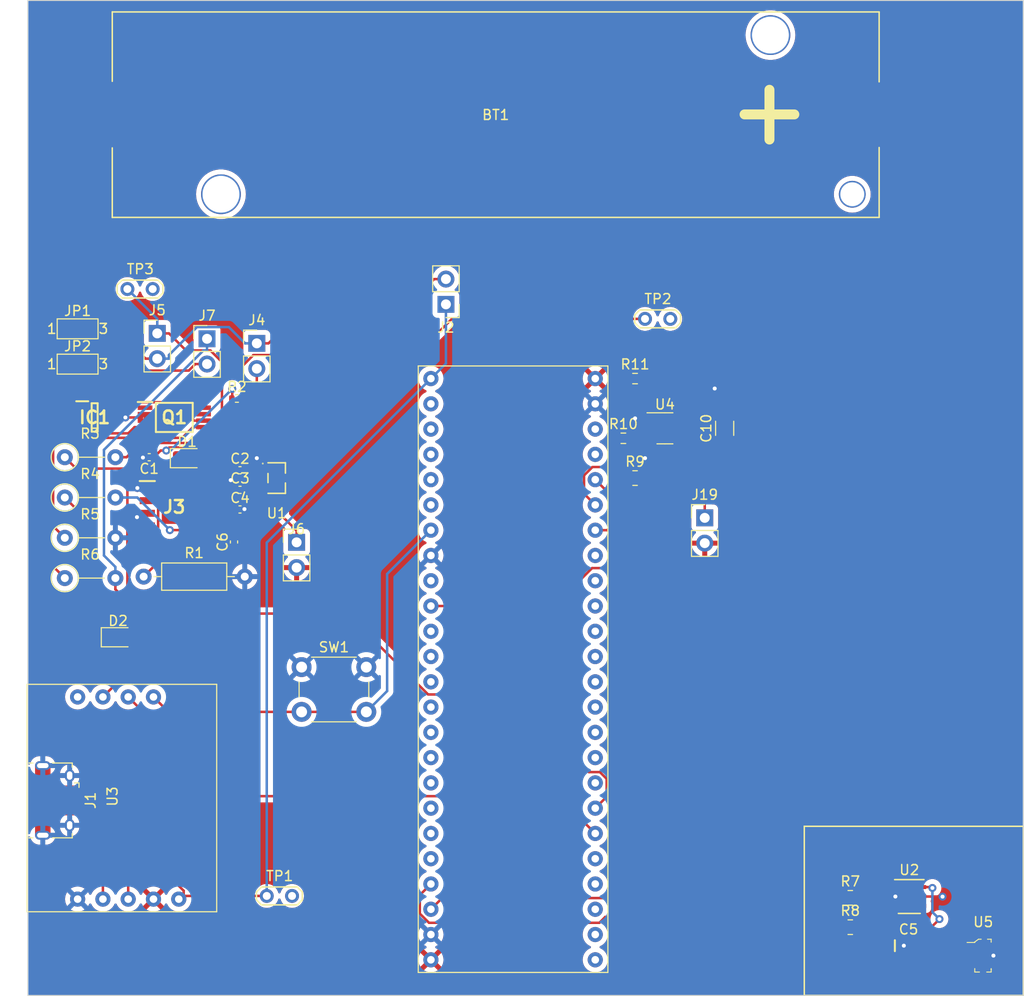
<source format=kicad_pcb>
(kicad_pcb (version 20221018) (generator pcbnew)
  (layers (0 "F.Cu" signal) (31 "B.Cu" signal) (34 "B.Paste" user) (35 "F.Paste" user) (36 "B.SilkS" user "B.Silkscreen") (37 "F.SilkS" user "F.Silkscreen") (38 "B.Mask" user) (39 "F.Mask" user) (44 "Edge.Cuts" user))
  (net 0 "")
  (net 1 "/Micro controller pin outs/NRST")
  (net 2 "GND")
  (net 3 "/Micro controller pin outs/PB6")
  (net 4 "/Micro controller pin outs/PA0")
  (net 5 "/SCL")
  (net 6 "/Micro controller pin outs/PB7")
  (net 7 "Net-(IC1-VCC)")
  (net 8 "Net-(J4-Pin_2)")
  (net 9 "Net-(IC1-CS)")
  (net 10 "Net-(D2-K)")
  (net 11 "Net-(J3-~{STDBY})")
  (net 12 "Net-(D1-K)")
  (net 13 "Net-(J3-~{CHRG})")
  (net 14 "Net-(J3-PROG2)")
  (net 15 "/Power module/Vcc_IC")
  (net 16 "Net-(J6-Pin_1)")
  (net 17 "Net-(J7-Pin_1)")
  (net 18 "/SDA")
  (net 19 "/Supply_Voltage")
  (net 20 "Vreg_Out")
  (net 21 "Data -")
  (net 22 "Data +")
  (net 25 "/Power module/V_Battery")
  (net 26 "/Battery+")
  (net 27 "Net-(J3-BAT)")
  (net 28 "Net-(IC1-GND)")
  (net 29 "/Battery-")
  (net 32 "/Power module/OC")
  (net 33 "/Power module/OD")
  (net 36 "/Micro controller pin outs/BOOT")
  (net 37 "/Power module/5V")
  (net 38 "Net-(J19-Pin_1)")
  (net 42 "/Micro controller pin outs/PA1")
  (net 43 "/Micro controller pin outs/PA2")
  (net 44 "/Micro controller pin outs/PA3")
  (net 45 "/Micro controller pin outs/PA4")
  (net 46 "/Micro controller pin outs/PA5")
  (net 47 "/Micro controller pin outs/PA6")
  (net 48 "/Micro controller pin outs/PA7")
  (net 49 "/Micro controller pin outs/PB0")
  (net 50 "/Micro controller pin outs/PB1")
  (net 51 "/Micro controller pin outs/PB2")
  (net 52 "/Micro controller pin outs/PB3")
  (net 53 "/Micro controller pin outs/PA15")
  (net 54 "/Micro controller pin outs/PA14")
  (net 55 "/Micro controller pin outs/PF7")
  (net 56 "/Micro controller pin outs/PF6")
  (net 57 "/Micro controller pin outs/PA13")
  (net 58 "/Micro controller pin outs/PA12")
  (net 59 "/Micro controller pin outs/PA11")
  (net 60 "/Micro controller pin outs/PA10")
  (net 61 "/Micro controller pin outs/PA9")
  (net 62 "/Micro controller pin outs/PA8")
  (net 63 "/Micro controller pin outs/PB15")
  (net 64 "/Micro controller pin outs/PB14")
  (net 65 "/Micro controller pin outs/PB13")
  (net 66 "/Micro controller pin outs/PB12")
  (net 67 "/Micro controller pin outs/PC13")
  (net 68 "/Micro controller pin outs/PC14")
  (net 69 "/Micro controller pin outs/PC15")
  (net 70 "/Micro controller pin outs/PF0")
  (net 71 "/Micro controller pin outs/PF1")
  (net 72 "/Micro controller pin outs/VDDA")
  (net 73 "/Micro controller pin outs/PB4")
  (net 74 "/Micro controller pin outs/PB5")
  (net 75 "/Micro controller pin outs/PB8")
  (net 76 "/Micro controller pin outs/PB9")
  (footprint "Capacitor_SMD:C_0402_1005Metric" (layer "F.Cu") (at 131.312 99.215)
    (fp_text reference "C2")
    (fp_text value "1uf")
  )
  (footprint "TestPoint:TestPoint_2Pads_Pitch2.54mm_Drill0.8mm" (layer "F.Cu") (at 120 81)
    (fp_text reference "TP3")
    (fp_text value "TestPoint")
  )
  (footprint "Capacitor_SMD:C_0402_1005Metric" (layer "F.Cu") (at 131.312 103.155)
    (fp_text reference "C4")
    (fp_text value "10uf")
  )
  (footprint "Capacitor_SMD:C_0402_1005Metric" (layer "F.Cu") (at 131.312 101.185)
    (fp_text reference "C3")
    (fp_text value "1uf")
  )
  (footprint "Resistor_THT:R_Axial_DIN0207_L6.3mm_D2.5mm_P5.08mm_Vertical" (layer "F.Cu") (at 113.712 106.005)
    (fp_text reference "R5")
    (fp_text value "1k")
  )
  (footprint "Connector_PinHeader_2.54mm:PinHeader_1x02_P2.54mm_Vertical" (layer "F.Cu") (at 178 104)
    (fp_text reference "J19")
    (fp_text value "Conn_01x02_Pin")
  )
  (footprint "Jumper:SolderJumper-3_P1.3mm_Bridged12_Pad1.0x1.5mm_NumberLabels" (layer "F.Cu") (at 115 88.55)
    (fp_text reference "JP2")
    (fp_text value "Jumper_2_Bridged")
  )
  (footprint "BAT60JFILM:18650_Holder_SMD" (layer "F.Cu") (at 157 64)
    (fp_text reference "BT1")
    (fp_text value "Battery_Cell")
  )
  (footprint "TestPoint:TestPoint_2Pads_Pitch2.54mm_Drill0.8mm" (layer "F.Cu") (at 134 142)
    (fp_text reference "TP1")
    (fp_text value "TestPoint")
  )
  (footprint "Connector_USB:USB_Micro-B_Amphenol_10118194_Horizontal" (layer "F.Cu") (at 112.8 132.4 -90)
    (fp_text reference "J1")
    (fp_text value "USB_B_Micro")
  )
  (footprint "BAT60JFILM:FB8205A" (layer "F.Cu") (at 124.712 93.905)
    (fp_text reference "Q1")
    (fp_text value "Dual Mosfet FS8205A" hide)
  )
  (footprint "Resistor_SMD:R_0402_1005Metric" (layer "F.Cu") (at 131 92)
    (fp_text reference "R2")
    (fp_text value "400m")
  )
  (footprint "Jumper:SolderJumper-3_P1.3mm_Bridged12_Pad1.0x1.5mm_NumberLabels" (layer "F.Cu") (at 115 85)
    (fp_text reference "JP1")
    (fp_text value "Jumper_2_Bridged")
  )
  (footprint "Package_SON:Texas_PWSON-N6" (layer "F.Cu") (at 198.55 142.06)
    (fp_text reference "U2")
    (fp_text value "HDC1080")
  )
  (footprint "BAT60JFILM:DW01A" (layer "F.Cu") (at 116.712 93.905)
    (fp_text reference "IC1")
    (fp_text value " battery protection IC  DW01A-G" hide)
  )
  (footprint "Resistor_THT:R_Axial_DIN0207_L6.3mm_D2.5mm_P5.08mm_Vertical" (layer "F.Cu") (at 113.712 101.955)
    (fp_text reference "R4")
    (fp_text value "1k")
  )
  (footprint "BAT60JFILM:CAPC2012X140N" (layer "F.Cu") (at 197.1 147)
    (fp_text reference "C5")
    (fp_text value "CL21B104KCFNNNE")
  )
  (footprint "BAT60JFILM:SOT-23-3" (layer "F.Cu") (at 205.95 148)
    (fp_text reference "U5")
    (fp_text value "MCP9701AT-E_TT")
  )
  (footprint "Resistor_THT:R_Axial_DIN0207_L6.3mm_D2.5mm_P5.08mm_Vertical" (layer "F.Cu") (at 113.712 110.055)
    (fp_text reference "R6")
    (fp_text value "100")
  )
  (footprint "LED_SMD:LED_0805_2012Metric" (layer "F.Cu") (at 119.0625 116)
    (fp_text reference "D2")
    (fp_text value "Red LED")
  )
  (footprint "Resistor_SMD:R_0603_1608Metric" (layer "F.Cu") (at 171 90)
    (fp_text reference "R11")
    (fp_text value "1k")
  )
  (footprint "Package_TO_SOT_SMD:SOT-23-5" (layer "F.Cu") (at 174 95)
    (fp_text reference "U4")
    (fp_text value "AT24CS01-STUM")
  )
  (footprint "Connector_PinHeader_2.54mm:PinHeader_1x02_P2.54mm_Vertical" (layer "F.Cu") (at 137 106.46)
    (fp_text reference "J6")
    (fp_text value "Conn_01x02_Pin")
  )
  (footprint "BAT60JFILM:STLINK_UCT" (layer "F.Cu") (at 118.81 132.16)
    (fp_text reference "U3")
    (fp_text value "STLINK_UCT")
  )
  (footprint "Button_Switch_THT:SW_PUSH_6mm" (layer "F.Cu") (at 137.5 119)
    (fp_text reference "SW1")
    (fp_text value "SW_Push")
  )
  (footprint "Resistor_SMD:R_0805_2012Metric" (layer "F.Cu") (at 192.62 142.19)
    (fp_text reference "R7")
    (fp_text value "4.7k")
  )
  (footprint "Diode_SMD:D_0805_2012Metric" (layer "F.Cu") (at 126 98)
    (fp_text reference "D1")
    (fp_text value "Green LED")
  )
  (footprint "Connector_PinHeader_2.54mm:PinHeader_1x02_P2.54mm_Vertical" (layer "F.Cu") (at 128 86)
    (fp_text reference "J7")
    (fp_text value "Conn_01x02_Pin")
  )
  (footprint "Capacitor_SMD:C_0402_1005Metric" (layer "F.Cu") (at 122.192 97.905 180)
    (fp_text reference "C1")
    (fp_text value "10uf")
  )
  (footprint "TestPoint:TestPoint_2Pads_Pitch2.54mm_Drill0.8mm" (layer "F.Cu") (at 172 84)
    (fp_text reference "TP2")
    (fp_text value "TestPoint")
  )
  (footprint "Resistor_THT:R_Axial_DIN0207_L6.3mm_D2.5mm_P10.16mm_Horizontal" (layer "F.Cu") (at 121.632 109.905)
    (fp_text reference "R1")
    (fp_text value "1.6k")
  )
  (footprint "Capacitor_SMD:C_1206_3216Metric" (layer "F.Cu") (at 180 95 90)
    (fp_text reference "C10")
    (fp_text value "10nF")
  )
  (footprint "Resistor_SMD:R_0603_1608Metric" (layer "F.Cu") (at 169.825 96)
    (fp_text reference "R10")
    (fp_text value "1k")
  )
  (footprint "BAT60JFILM:STM32F051C6T6" (layer "F.Cu") (at 156.6 118.02 -90)
    (fp_text reference "J9" hide)
    (fp_text value "Conn_02x24_Counter_Clockwise" hide)
  )
  (footprint "Capacitor_SMD:C_0402_1005Metric" (layer "F.Cu") (at 130.712 106.425 90)
    (fp_text reference "C6")
    (fp_text value "10uf")
  )
  (footprint "Resistor_SMD:R_0805_2012Metric" (layer "F.Cu") (at 171 100)
    (fp_text reference "R9")
    (fp_text value "10k")
  )
  (footprint "Connector_PinHeader_2.54mm:PinHeader_1x02_P2.54mm_Vertical" (layer "F.Cu") (at 152 82.54 180)
    (fp_text reference "J2")
    (fp_text value "Conn_01x02_Pin")
  )
  (footprint "BAT60JFILM:TP4056" (layer "F.Cu") (at 124.712 102.905)
    (fp_text reference "J3")
    (fp_text value "Battery Charger IC TP4056" hide)
  )
  (footprint "BAT60JFILM:SOT-23-3_L2.9-W1.6-P1.90-LS2.8-BR" (layer "F.Cu") (at 135 100 180)
    (fp_text reference "U1")
    (fp_text value "MCP1700T-3302E_TT")
  )
  (footprint "Resistor_THT:R_Axial_DIN0207_L6.3mm_D2.5mm_P5.08mm_Vertical" (layer "F.Cu") (at 113.712 97.905)
    (fp_text reference "R3")
    (fp_text value "1k")
  )
  (footprint "Connector_PinHeader_2.54mm:PinHeader_1x02_P2.54mm_Vertical" (layer "F.Cu") (at 123 85.46)
    (fp_text reference "J5")
    (fp_text value "Conn_01x02_Pin")
  )
  (footprint "Connector_PinHeader_2.54mm:PinHeader_1x02_P2.54mm_Vertical" (layer "F.Cu") (at 133 86.46)
    (fp_text reference "J4")
    (fp_text value "Conn_01x02_Pin")
  )
  (footprint "Resistor_SMD:R_0805_2012Metric" (layer "F.Cu") (at 192.62 145.14)
    (fp_text reference "R8")
    (fp_text value "4.7k")
  )
  (gr_rect (start 188 135) (end 210 152) (stroke (width 0.15)) (fill none) (layer "F.SilkS"))
  (gr_rect (start 110 52) (end 210 152) (stroke (width 0.1)) (fill none) (layer "Edge.Cuts"))
  (gr_text "Loic Kibambo\nBest Nkhumeleni\nMaisha Magavha\n" (at 200.5 99 90) (layer "F.Cu") (effects (font (size 1.5 1.5) (thickness 0.3) bold) (justify left bottom)))
  (gr_text "Group_22\n" (at 190.5 97 90) (layer "F.Cu") (effects (font (size 1.5 1.5) (thickness 0.3) bold) (justify left bottom)))
  (segment (start 144 123.5) (end 137.5 123.5) (width 0.25) (layer "F.Cu") (net 1))
  (segment (start 124.12 123.5) (end 122.62 122) (width 0.25) (layer "F.Cu") (net 1))
  (segment (start 137.5 123.5) (end 124.12 123.5) (width 0.25) (layer "F.Cu") (net 1))
  (segment (start 146.091 109.639) (end 146.091 121.409) (width 0.25) (layer "B.Cu") (net 1))
  (segment (start 150.49 105.24) (end 146.091 109.639) (width 0.25) (layer "B.Cu") (net 1))
  (segment (start 146.091 121.409) (end 144 123.5) (width 0.25) (layer "B.Cu") (net 1))
  (segment (start 133 98.007) (end 131.792 99.215) (width 0.25) (layer "F.Cu") (net 2))
  (segment (start 130.38 100.21) (end 130.825 100.21) (width 0.25) (layer "F.Cu") (net 2))
  (segment (start 122 103.54) (end 121.35 103.54) (width 0.25) (layer "F.Cu") (net 2))
  (segment (start 111.5 133.4) (end 111.5 135.3) (width 0.25) (layer "F.Cu") (net 2))
  (segment (start 175.95 94.05) (end 175.138 94.05) (width 0.25) (layer "F.Cu") (net 2))
  (segment (start 172 95) (end 171 94) (width 0.25) (layer "F.Cu") (net 2))
  (segment (start 121.35 103.54) (end 120.962 103.927) (width 0.25) (layer "F.Cu") (net 2))
  (segment (start 121.774 93.58) (end 121.774 94.23) (width 0.25) (layer "F.Cu") (net 2))
  (segment (start 122 101) (end 121 101) (width 0.25) (layer "F.Cu") (net 2))
  (segment (start 119.8 93.91) (end 121.444 93.91) (width 0.25) (layer "F.Cu") (net 2))
  (segment (start 179 91) (end 175.95 94.05) (width 0.25) (layer "F.Cu") (net 2))
  (segment (start 130.825 100.21) (end 131.792 101.177) (width 0.25) (layer "F.Cu") (net 2))
  (segment (start 172.862 95) (end 172 95) (width 0.25) (layer "F.Cu") (net 2))
  (segment (start 121.444 93.91) (end 121.774 93.58) (width 0.25) (layer "F.Cu") (net 2))
  (segment (start 170.088 100) (end 170.088 99.9125) (width 0.25) (layer "F.Cu") (net 2))
  (segment (start 114.2 133.7) (end 114.2 134.9) (width 0.25) (layer "F.Cu") (net 2))
  (segment (start 111.5 131.4) (end 111.5 133.4) (width 0.25) (layer "F.Cu") (net 2))
  (segment (start 111.5 129.5) (end 111.5 131.4) (width 0.25) (layer "F.Cu") (net 2))
  (segment (start 170.088 99.9125) (end 172 98) (width 0.25) (layer "F.Cu") (net 2))
  (segment (start 133 98) (end 133 98.007) (width 0.25) (layer "F.Cu") (net 2))
  (segment (start 133 98) (end 133 98.007) (width 0.25) (layer "F.Cu") (net 2))
  (segment (start 180 92) (end 179 91) (width 0.25) (layer "F.Cu") (net 2))
  (segment (start 131.792 101.177) (end 131.792 101.185) (width 0.25) (layer "F.Cu") (net 2))
  (segment (start 133 98.2851) (end 133.765 99.05) (width 0.25) (layer "F.Cu") (net 2))
  (segment (start 180 93.525) (end 180 92) (width 0.25) (layer "F.Cu") (net 2))
  (segment (start 133 98.007) (end 133 98.2851) (width 0.25) (layer "F.Cu") (net 2))
  (via (at 131.76 103.12) (size 0.8) (drill 0.4) (layers "F.Cu" "B.Cu") (net 2))
  (via (at 121.56 97.94) (size 0.8) (drill 0.4) (layers "F.Cu" "B.Cu") (net 2))
  (via (at 179 91) (size 0.8) (drill 0.4) (layers "F.Cu" "B.Cu") (net 2))
  (via (at 121 101) (size 0.8) (drill 0.4) (layers "F.Cu" "B.Cu") (net 2))
  (via (at 172 98) (size 0.8) (drill 0.4) (layers "F.Cu" "B.Cu") (net 2))
  (via (at 197.15 142.06) (size 0.8) (drill 0.4) (layers "F.Cu" "B.Cu") (net 2))
  (via (at 171 94) (size 0.8) (drill 0.4) (layers "F.Cu" "B.Cu") (net 2))
  (via (at 198 147) (size 0.8) (drill 0.4) (layers "F.Cu" "B.Cu") (net 2))
  (via (at 130.38 100.21) (size 0.8) (drill 0.4) (layers "F.Cu" "B.Cu") (net 2))
  (via (at 133 98) (size 0.8) (drill 0.4) (layers "F.Cu" "B.Cu") (net 2))
  (via (at 120.962 103.927) (size 0.8) (drill 0.4) (layers "F.Cu" "B.Cu") (net 2))
  (via (at 207 148) (size 0.8) (drill 0.4) (layers "F.Cu" "B.Cu") (net 2))
  (via (at 119.8 93.91) (size 0.8) (drill 0.4) (layers "F.Cu" "B.Cu") (net 2))
  (segment (start 172.862 94.05) (end 172.8625 94.05) (width 0.25) (layer "F.Cu") (net 3))
  (segment (start 171.825 90) (end 172.862 91.0375) (width 0.25) (layer "F.Cu") (net 3))
  (segment (start 172.8625 94.05) (end 173.285 94.05) (width 0.25) (layer "F.Cu") (net 3))
  (segment (start 173.852 94.6166) (end 173.852 99.5903) (width 0.25) (layer "F.Cu") (net 3))
  (segment (start 173.285 94.05) (end 173.852 94.6166) (width 0.25) (layer "F.Cu") (net 3))
  (segment (start 168.202 105.24) (end 167 105.24) (width 0.25) (layer "F.Cu") (net 3))
  (segment (start 173.852 99.5903) (end 168.202 105.24) (width 0.25) (layer "F.Cu") (net 3))
  (segment (start 172.862 91.0375) (end 172.862 94.05) (width 0.25) (layer "F.Cu") (net 3))
  (segment (start 205.876 139.208) (end 175.719 109.05) (width 0.25) (layer "F.Cu") (net 4))
  (segment (start 204.9 148.325) (end 205.056 148.325) (width 0.25) (layer "F.Cu") (net 4))
  (segment (start 205.876 147.505) (end 205.876 139.208) (width 0.25) (layer "F.Cu") (net 4))
  (segment (start 162.873 112.86) (end 150.49 112.86) (width 0.25) (layer "F.Cu") (net 4))
  (segment (start 166.683 109.05) (end 162.873 112.86) (width 0.25) (layer "F.Cu") (net 4))
  (segment (start 204.9 148.95) (end 204.9 148.325) (width 0.25) (layer "F.Cu") (net 4))
  (segment (start 205.056 148.325) (end 205.876 147.505) (width 0.25) (layer "F.Cu") (net 4))
  (segment (start 175.719 109.05) (end 166.683 109.05) (width 0.25) (layer "F.Cu") (net 4))
  (segment (start 200.575 141.11) (end 199.95 141.11) (width 0.25) (layer "F.Cu") (net 5))
  (segment (start 167.414 144.701) (end 150.3 144.701) (width 0.25) (layer "F.Cu") (net 5))
  (segment (start 192.506 144.114) (end 168.001 144.114) (width 0.25) (layer "F.Cu") (net 5))
  (segment (start 149.375 143.776) (end 149.375 141.915) (width 0.25) (layer "F.Cu") (net 5))
  (segment (start 168.001 144.114) (end 167.414 144.701) (width 0.25) (layer "F.Cu") (net 5))
  (segment (start 201.578 144.328) (end 200.766 145.14) (width 0.25) (layer "F.Cu") (net 5))
  (segment (start 200.87 141.199) (end 200.664 141.199) (width 0.25) (layer "F.Cu") (net 5))
  (segment (start 200.766 145.14) (end 193.5325 145.14) (width 0.25) (layer "F.Cu") (net 5))
  (segment (start 200.664 141.199) (end 200.575 141.11) (width 0.25) (layer "F.Cu") (net 5))
  (segment (start 193.5325 145.14) (end 193.532 145.14) (width 0.25) (layer "F.Cu") (net 5))
  (segment (start 193.532 145.14) (end 192.506 144.114) (width 0.25) (layer "F.Cu") (net 5))
  (segment (start 150.3 144.701) (end 149.375 143.776) (width 0.25) (layer "F.Cu") (net 5))
  (segment (start 149.375 141.915) (end 150.49 140.8) (width 0.25) (layer "F.Cu") (net 5))
  (via (at 200.87 141.199) (size 0.8) (drill 0.4) (layers "F.Cu" "B.Cu") (net 5))
  (via (at 201.578 144.328) (size 0.8) (drill 0.4) (layers "F.Cu" "B.Cu") (net 5))
  (segment (start 200.87 141.199) (end 200.87 143.62) (width 0.25) (layer "B.Cu") (net 5))
  (segment (start 200.87 143.62) (end 201.578 144.328) (width 0.25) (layer "B.Cu") (net 5))
  (segment (start 172.862 95.95) (end 172.837 95.975) (width 0.25) (layer "F.Cu") (net 6))
  (segment (start 172.812 96) (end 172.837 95.975) (width 0.25) (layer "F.Cu") (net 6))
  (segment (start 165.874 99.7342) (end 165.874 101.574) (width 0.25) (layer "F.Cu") (net 6))
  (segment (start 166.719 98.89) (end 165.874 99.7342) (width 0.25) (layer "F.Cu") (net 6))
  (segment (start 165.874 101.574) (end 167 102.7) (width 0.25) (layer "F.Cu") (net 6))
  (segment (start 170.65 96) (end 172.812 96) (width 0.25) (layer "F.Cu") (net 6))
  (segment (start 170.65 96) (end 167.76 98.89) (width 0.25) (layer "F.Cu") (net 6))
  (segment (start 172.85 95.9625) (end 172.8625 95.95) (width 0.25) (layer "F.Cu") (net 6))
  (segment (start 172.838 95.975) (end 172.85 95.9625) (width 0.25) (layer "F.Cu") (net 6))
  (segment (start 172.85 95.9625) (end 172.862 95.95) (width 0.25) (layer "F.Cu") (net 6))
  (segment (start 172.85 95.9625) (end 172.862 95.95) (width 0.25) (layer "F.Cu") (net 6))
  (segment (start 172.837 95.975) (end 172.838 95.975) (width 0.25) (layer "F.Cu") (net 6))
  (segment (start 167.76 98.89) (end 166.719 98.89) (width 0.25) (layer "F.Cu") (net 6))
  (segment (start 172.85 95.9625) (end 172.862 95.95) (width 0.25) (layer "F.Cu") (net 6))
  (segment (start 112.088 108.431) (end 113.712 110.055) (width 0.25) (layer "F.Cu") (net 7))
  (segment (start 117.037 93.905) (end 117.037 92.5027) (width 0.25) (layer "F.Cu") (net 7))
  (segment (start 117.962 93.905) (end 117.037 93.905) (width 0.25) (layer "F.Cu") (net 7))
  (segment (start 116.383 91.8485) (end 114.497 91.8485) (width 0.25) (layer "F.Cu") (net 7))
  (segment (start 117.037 92.5027) (end 116.383 91.8485) (width 0.25) (layer "F.Cu") (net 7))
  (segment (start 114.497 91.8485) (end 112.088 94.2574) (width 0.25) (layer "F.Cu") (net 7))
  (segment (start 112.088 94.2574) (end 112.088 108.431) (width 0.25) (layer "F.Cu") (net 7))
  (segment (start 130.832 99.215) (end 130.832 99.2562) (width 0.25) (layer "F.Cu") (net 8))
  (segment (start 136.235 100.468) (end 136.235 100.312) (width 0.25) (layer "F.Cu") (net 8))
  (segment (start 135.285 101.575) (end 136.235 100.625) (width 0.25) (layer "F.Cu") (net 8))
  (segment (start 133 91.5356) (end 130.832 93.7036) (width 0.25) (layer "F.Cu") (net 8))
  (segment (start 136.235 100.234) (end 136.2351 100.2339) (width 0.25) (layer "F.Cu") (net 8))
  (segment (start 136.235 100.468) (end 136.235 100.312) (width 0.25) (layer "F.Cu") (net 8))
  (segment (start 136.2351 100.2339) (end 136.2351 100) (width 0.25) (layer "F.Cu") (net 8))
  (segment (start 136.235 100.234) (end 136.235 100.156) (width 0.25) (layer "F.Cu") (net 8))
  (segment (start 130.832 93.7036) (end 130.832 99.215) (width 0.25) (layer "F.Cu") (net 8))
  (segment (start 132.398 100.916) (end 133.057 101.575) (width 0.25) (layer "F.Cu") (net 8))
  (segment (start 130.832 99.2562) (end 132.398 100.822) (width 0.25) (layer "F.Cu") (net 8))
  (segment (start 132.398 100.822) (end 132.398 100.916) (width 0.25) (layer "F.Cu") (net 8))
  (segment (start 133 89) (end 133 91.5356) (width 0.25) (layer "F.Cu") (net 8))
  (segment (start 136.235 100.625) (end 136.235 100.468) (width 0.25) (layer "F.Cu") (net 8))
  (segment (start 133.057 101.575) (end 135.285 101.575) (width 0.25) (layer "F.Cu") (net 8))
  (segment (start 136.235 100.312) (end 136.235 100.234) (width 0.25) (layer "F.Cu") (net 8))
  (segment (start 115.462 93.905) (end 116.387 93.905) (width 0.25) (layer "F.Cu") (net 9))
  (segment (start 116.387 93.905) (end 116.387 92.4896) (width 0.25) (layer "F.Cu") (net 9))
  (segment (start 116.202 92.3048) (end 114.728 92.3048) (width 0.25) (layer "F.Cu") (net 9))
  (segment (start 112.538 104.832) (end 113.712 106.005) (width 0.25) (layer "F.Cu") (net 9))
  (segment (start 116.387 92.4896) (end 116.202 92.3048) (width 0.25) (layer "F.Cu") (net 9))
  (segment (start 114.728 92.3048) (end 112.538 94.4938) (width 0.25) (layer "F.Cu") (net 9))
  (segment (start 112.538 94.4938) (end 112.538 104.832) (width 0.25) (layer "F.Cu") (net 9))
  (segment (start 116.252 114.127) (end 118.125 116) (width 0.25) (layer "F.Cu") (net 10))
  (segment (start 116.252 104.495) (end 116.252 114.127) (width 0.25) (layer "F.Cu") (net 10))
  (segment (start 113.712 101.955) (end 116.252 104.495) (width 0.25) (layer "F.Cu") (net 10))
  (segment (start 127.424 103.54) (end 126.336 103.54) (width 0.25) (layer "F.Cu") (net 11))
  (segment (start 126.336 104.752) (end 125.859 105.23) (width 0.25) (layer "F.Cu") (net 11))
  (segment (start 125.859 105.23) (end 124.264 105.23) (width 0.25) (layer "F.Cu") (net 11))
  (segment (start 126.336 103.54) (end 126.336 104.752) (width 0.25) (layer "F.Cu") (net 11))
  (via (at 124.264 105.23) (size 0.8) (drill 0.4) (layers "F.Cu" "B.Cu") (net 11))
  (segment (start 120.99 101.955) (end 124.264 105.23) (width 0.25) (layer "B.Cu") (net 11))
  (segment (start 118.792 101.955) (end 120.99 101.955) (width 0.25) (layer "B.Cu") (net 11))
  (segment (start 114.855 99.0482) (end 124.014 99.0482) (width 0.25) (layer "F.Cu") (net 12))
  (segment (start 113.712 97.905) (end 114.855 99.0482) (width 0.25) (layer "F.Cu") (net 12))
  (segment (start 125.0625 98) (end 125.062 98) (width 0.25) (layer "F.Cu") (net 12))
  (segment (start 124.014 99.0482) (end 125.062 98) (width 0.25) (layer "F.Cu") (net 12))
  (segment (start 126.965 96.4745) (end 121.348 96.4745) (width 0.25) (layer "F.Cu") (net 13))
  (segment (start 127.424 102.27) (end 128.512 102.27) (width 0.25) (layer "F.Cu") (net 13))
  (segment (start 128.512 102.27) (end 128.512 98.0215) (width 0.25) (layer "F.Cu") (net 13))
  (segment (start 121.348 96.4745) (end 119.917 97.905) (width 0.25) (layer "F.Cu") (net 13))
  (segment (start 119.917 97.905) (end 118.792 97.905) (width 0.25) (layer "F.Cu") (net 13))
  (segment (start 128.512 98.0215) (end 126.965 96.4745) (width 0.25) (layer "F.Cu") (net 13))
  (segment (start 122 102.27) (end 123.088 102.27) (width 0.25) (layer "F.Cu") (net 14))
  (segment (start 123.088 108.449) (end 121.632 109.905) (width 0.25) (layer "F.Cu") (net 14))
  (segment (start 123.088 102.27) (end 123.088 108.449) (width 0.25) (layer "F.Cu") (net 14))
  (segment (start 126.9376 97.9999) (end 126.9375 98) (width 0.25) (layer "F.Cu") (net 15))
  (segment (start 126.938 97.9999) (end 125.864 96.9265) (width 0.25) (layer "F.Cu") (net 15))
  (segment (start 126.88 101) (end 126.88 100) (width 0.25) (layer "F.Cu") (net 15))
  (segment (start 130.531 91.9587) (end 130.531 91.0381) (width 0.25) (layer "F.Cu") (net 15))
  (segment (start 127.424 101) (end 126.88 101) (width 0.25) (layer "F.Cu") (net 15))
  (segment (start 124.209 96.9265) (end 123.903 97.233) (width 0.25) (layer "F.Cu") (net 15))
  (segment (start 120 105.722) (end 120 100.975) (width 0.25) (layer "F.Cu") (net 15))
  (segment (start 126.938 98) (end 126.938 97.9999) (width 0.25) (layer "F.Cu") (net 15))
  (segment (start 126.88 98.0573) (end 126.938 98.0002) (width 0.25) (layer "F.Cu") (net 15))
  (segment (start 120 100.975) (end 120.975 100) (width 0.25) (layer "F.Cu") (net 15))
  (segment (start 123.903 97.233) (end 123.344 97.233) (width 0.25) (layer "F.Cu") (net 15))
  (segment (start 120.912 104.81) (end 120 105.722) (width 0.25) (layer "F.Cu") (net 15))
  (segment (start 126.88 100) (end 126.88 98.0573) (width 0.25) (layer "F.Cu") (net 15))
  (segment (start 126.938 97.9999) (end 126.9376 97.9999) (width 0.25) (layer "F.Cu") (net 15))
  (segment (start 120 116) (end 120 105.722) (width 0.25) (layer "F.Cu") (net 15))
  (segment (start 130.49 92) (end 130.531 91.9587) (width 0.25) (layer "F.Cu") (net 15))
  (segment (start 120.975 100) (end 126.88 100) (width 0.25) (layer "F.Cu") (net 15))
  (segment (start 123.344 97.233) (end 122.672 97.905) (width 0.25) (layer "F.Cu") (net 15))
  (segment (start 125.864 96.9265) (end 124.209 96.9265) (width 0.25) (layer "F.Cu") (net 15))
  (segment (start 126.938 98.0002) (end 126.938 98) (width 0.25) (layer "F.Cu") (net 15))
  (segment (start 122 104.81) (end 120.912 104.81) (width 0.25) (layer "F.Cu") (net 15))
  (segment (start 126.938 98) (end 126.938 97.9999) (width 0.25) (layer "F.Cu") (net 15))
  (via (at 123.903 97.233) (size 0.8) (drill 0.4) (layers "F.Cu" "B.Cu") (net 15))
  (via (at 130.531 91.0381) (size 0.8) (drill 0.4) (layers "F.Cu" "B.Cu") (net 15))
  (segment (start 124.336 97.233) (end 130.531 91.0381) (width 0.25) (layer "B.Cu") (net 15))
  (segment (start 123.903 97.233) (end 124.336 97.233) (width 0.25) (layer "B.Cu") (net 15))
  (segment (start 152.599 84) (end 137.098 99.5006) (width 0.25) (layer "F.Cu") (net 16))
  (segment (start 135.352 99.3627) (end 134.39 100.325) (width 0.25) (layer "F.Cu") (net 16))
  (segment (start 133.7649 100.7161) (end 133.7649 100.95) (width 0.25) (layer "F.Cu") (net 16))
  (segment (start 137.098 100.567) (end 137.098 99.5006) (width 0.25) (layer "F.Cu") (net 16))
  (segment (start 137.098 99.5006) (end 136.96 99.3627) (width 0.25) (layer "F.Cu") (net 16))
  (segment (start 133.765 100.482) (end 133.765 100.638) (width 0.25) (layer "F.Cu") (net 16))
  (segment (start 130.832 101.185) (end 130.832 101.26) (width 0.25) (layer "F.Cu") (net 16))
  (segment (start 137 105.285) (end 137 106.46) (width 0.25) (layer "F.Cu") (net 16))
  (segment (start 135.612 102.054) (end 135.612 103.897) (width 0.25) (layer "F.Cu") (net 16))
  (segment (start 133.765 100.638) (end 133.765 100.716) (width 0.25) (layer "F.Cu") (net 16))
  (segment (start 131.625 102.054) (end 135.612 102.054) (width 0.25) (layer "F.Cu") (net 16))
  (segment (start 133.765 100.325) (end 133.765 100.482) (width 0.25) (layer "F.Cu") (net 16))
  (segment (start 135.612 103.897) (end 137 105.285) (width 0.25) (layer "F.Cu") (net 16))
  (segment (start 133.765 100.482) (end 133.765 100.638) (width 0.25) (layer "F.Cu") (net 16))
  (segment (start 135.612 102.054) (end 137.098 100.567) (width 0.25) (layer "F.Cu") (net 16))
  (segment (start 134.39 100.325) (end 133.765 100.325) (width 0.25) (layer "F.Cu") (net 16))
  (segment (start 130.832 101.26) (end 131.625 102.054) (width 0.25) (layer "F.Cu") (net 16))
  (segment (start 136.96 99.3627) (end 135.352 99.3627) (width 0.25) (layer "F.Cu") (net 16))
  (segment (start 133.765 100.716) (end 133.7649 100.7161) (width 0.25) (layer "F.Cu") (net 16))
  (segment (start 172 84) (end 152.599 84) (width 0.25) (layer "F.Cu") (net 16))
  (segment (start 133.765 100.716) (end 133.765 100.794) (width 0.25) (layer "F.Cu") (net 16))
  (segment (start 119.062 111.451) (end 119.062 116.583) (width 0.25) (layer "F.Cu") (net 17))
  (segment (start 118.792 110.055) (end 118.792 111.18) (width 0.25) (layer "F.Cu") (net 17))
  (segment (start 120.591 117.026) (end 130.712 106.905) (width 0.25) (layer "F.Cu") (net 17))
  (segment (start 118.792 111.18) (end 119.062 111.451) (width 0.25) (layer "F.Cu") (net 17))
  (segment (start 119.506 117.026) (end 120.591 117.026) (width 0.25) (layer "F.Cu") (net 17))
  (segment (start 119.062 116.583) (end 119.506 117.026) (width 0.25) (layer "F.Cu") (net 17))
  (segment (start 128 86) (end 128 87.1751) (width 0.25) (layer "B.Cu") (net 17))
  (segment (start 127.633 87.1751) (end 117.647 97.1607) (width 0.25) (layer "B.Cu") (net 17))
  (segment (start 128 87.1751) (end 127.633 87.1751) (width 0.25) (layer "B.Cu") (net 17))
  (segment (start 118.792 108.93) (end 118.792 110.055) (width 0.25) (layer "B.Cu") (net 17))
  (segment (start 117.647 97.1607) (end 117.647 107.785) (width 0.25) (layer "B.Cu") (net 17))
  (segment (start 117.647 107.785) (end 118.792 108.93) (width 0.25) (layer "B.Cu") (net 17))
  (segment (start 193.404 142.319) (end 193.468 142.2545) (width 0.25) (layer "F.Cu") (net 18))
  (segment (start 193.275 142.448) (end 193.404 142.319) (width 0.25) (layer "F.Cu") (net 18))
  (segment (start 150.49 143.34) (end 151.616 142.214) (width 0.25) (layer "F.Cu") (net 18))
  (segment (start 193.468 142.2545) (end 193.5 142.2222) (width 0.25) (layer "F.Cu") (net 18))
  (segment (start 170.666 143.22) (end 192.503 143.22) (width 0.25) (layer "F.Cu") (net 18))
  (segment (start 151.616 142.214) (end 169.66 142.214) (width 0.25) (layer "F.Cu") (net 18))
  (segment (start 197.15 139.528) (end 197.15 141.11) (width 0.25) (layer "F.Cu") (net 18))
  (segment (start 169.66 142.214) (end 170.666 143.22) (width 0.25) (layer "F.Cu") (net 18))
  (segment (start 192.503 143.22) (end 193.018 142.705) (width 0.25) (layer "F.Cu") (net 18))
  (segment (start 196.672 139.05) (end 197.15 139.528) (width 0.25) (layer "F.Cu") (net 18))
  (segment (start 193.018 142.705) (end 193.275 142.448) (width 0.25) (layer "F.Cu") (net 18))
  (segment (start 193.468 142.2545) (end 193.5 142.2222) (width 0.25) (layer "F.Cu") (net 18))
  (segment (start 193.404 142.319) (end 193.468 142.2545) (width 0.25) (layer "F.Cu") (net 18))
  (segment (start 193.5 142.2222) (end 193.532 142.19) (width 0.25) (layer "F.Cu") (net 18))
  (segment (start 193.018 142.705) (end 193.275 142.448) (width 0.25) (layer "F.Cu") (net 18))
  (segment (start 193.5 142.2222) (end 193.532 142.19) (width 0.25) (layer "F.Cu") (net 18))
  (segment (start 193.532 142.19) (end 196.672 139.05) (width 0.25) (layer "F.Cu") (net 18))
  (segment (start 193.5325 142.19) (end 193.532 142.19) (width 0.25) (layer "F.Cu") (net 18))
  (segment (start 193.275 142.448) (end 193.404 142.319) (width 0.25) (layer "F.Cu") (net 18))
  (segment (start 201.88 142.06) (end 201.89 142.07) (width 0.25) (layer "F.Cu") (net 19))
  (segment (start 199.95 142.06) (end 201.88 142.06) (width 0.25) (layer "F.Cu") (net 19))
  (via (at 201.89 142.07) (size 0.8) (drill 0.4) (layers "F.Cu" "B.Cu") (net 19))
  (segment (start 125.6558 142) (end 125.6558 141.48) (width 0.25) (layer "F.Cu") (net 20))
  (segment (start 125.48 142) (end 125.16 142.32) (width 0.25) (layer "F.Cu") (net 20))
  (segment (start 134 142) (end 125.6558 142) (width 0.25) (layer "F.Cu") (net 20))
  (segment (start 125.6558 141.48) (end 115.2758 131.1) (width 0.25) (layer "F.Cu") (net 20))
  (segment (start 115.2758 131.1) (end 114.2 131.1) (width 0.25) (layer "F.Cu") (net 20))
  (segment (start 125.6558 142) (end 125.48 142) (width 0.25) (layer "F.Cu") (net 20))
  (segment (start 152 88.49) (end 152 82.54) (width 0.25) (layer "B.Cu") (net 20))
  (segment (start 150.49 90) (end 152 88.49) (width 0.25) (layer "B.Cu") (net 20))
  (segment (start 134 142) (end 134 106.49) (width 0.25) (layer "B.Cu") (net 20))
  (segment (start 134 106.49) (end 150.49 90) (width 0.25) (layer "B.Cu") (net 20))
  (segment (start 120.08 136.592) (end 115.238 131.75) (width 0.25) (layer "F.Cu") (net 21))
  (segment (start 115.238 131.75) (end 114.2 131.75) (width 0.25) (layer "F.Cu") (net 21))
  (segment (start 120.08 142.32) (end 120.08 136.592) (width 0.25) (layer "F.Cu") (net 21))
  (segment (start 117.54 134.7399) (end 115.2001 132.4) (width 0.25) (layer "F.Cu") (net 22))
  (segment (start 117.54 142.32) (end 117.54 134.7399) (width 0.25) (layer "F.Cu") (net 22))
  (segment (start 114.2 132.4) (end 115.2001 132.4) (width 0.25) (layer "F.Cu") (net 22))
  (segment (start 119.799 89.1988) (end 117.125 86.5253) (width 0.25) (layer "F.Cu") (net 25))
  (segment (start 117.125 86.5253) (end 114.15 86.5253) (width 0.25) (layer "F.Cu") (net 25))
  (segment (start 126.825 88.54) (end 126.166 89.1988) (width 0.25) (layer "F.Cu") (net 25))
  (segment (start 128 88.54) (end 126.825 88.54) (width 0.25) (layer "F.Cu") (net 25))
  (segment (start 126.166 89.1988) (end 119.799 89.1988) (width 0.25) (layer "F.Cu") (net 25))
  (segment (start 113.7 86.0751) (end 113.7 85) (width 0.25) (layer "F.Cu") (net 25))
  (segment (start 114.15 86.5253) (end 113.7 86.0751) (width 0.25) (layer "F.Cu") (net 25))
  (segment (start 157.16 63.475) (end 196.65 63.475) (width 0.25) (layer "F.Cu") (net 26))
  (segment (start 133 86.46) (end 134.175 86.46) (width 0.25) (layer "F.Cu") (net 26))
  (segment (start 123 88) (end 121.825 88) (width 0.25) (layer "F.Cu") (net 26))
  (segment (start 121.825 88) (end 119.9 86.0751) (width 0.25) (layer "F.Cu") (net 26))
  (segment (start 119.9 86.0751) (end 115 86.0751) (width 0.25) (layer "F.Cu") (net 26))
  (segment (start 134.175 86.46) (end 157.16 63.475) (width 0.25) (layer "F.Cu") (net 26))
  (segment (start 115 86.0751) (end 115 85) (width 0.25) (layer "F.Cu") (net 26))
  (segment (start 124.175 87.6328) (end 124.175 88) (width 0.25) (layer "B.Cu") (net 26))
  (segment (start 131.825 86.46) (end 130.19 84.8248) (width 0.25) (layer "B.Cu") (net 26))
  (segment (start 130.19 84.8248) (end 126.983 84.8248) (width 0.25) (layer "B.Cu") (net 26))
  (segment (start 126.983 84.8248) (end 124.175 87.6328) (width 0.25) (layer "B.Cu") (net 26))
  (segment (start 133 86.46) (end 131.825 86.46) (width 0.25) (layer "B.Cu") (net 26))
  (segment (start 124.175 88) (end 123 88) (width 0.25) (layer "B.Cu") (net 26))
  (segment (start 124.175 85.46) (end 125.89 87.1752) (width 0.25) (layer "F.Cu") (net 27))
  (segment (start 129.498 88.3349) (end 129.498 101.821) (width 0.25) (layer "F.Cu") (net 27))
  (segment (start 128.512 104.81) (end 127.424 104.81) (width 0.25) (layer "F.Cu") (net 27))
  (segment (start 125.89 87.1752) (end 128.338 87.1752) (width 0.25) (layer "F.Cu") (net 27))
  (segment (start 130.499 102.822) (end 130.832 103.155) (width 0.25) (layer "F.Cu") (net 27))
  (segment (start 128.338 87.1752) (end 129.498 88.3349) (width 0.25) (layer "F.Cu") (net 27))
  (segment (start 129.498 101.821) (end 130.499 102.822) (width 0.25) (layer "F.Cu") (net 27))
  (segment (start 123 85.46) (end 124.175 85.46) (width 0.25) (layer "F.Cu") (net 27))
  (segment (start 130.499 102.822) (end 128.512 104.81) (width 0.25) (layer "F.Cu") (net 27))
  (segment (start 120 81) (end 123 84) (width 0.25) (layer "B.Cu") (net 27))
  (segment (start 123 84) (end 123 85.46) (width 0.25) (layer "B.Cu") (net 27))
  (segment (start 119.462 92.3798) (end 118.887 92.955) (width 0.25) (layer "F.Cu") (net 28))
  (segment (start 126.7 93.58) (end 127.65 93.58) (width 0.25) (layer "F.Cu") (net 28))
  (segment (start 117.962 92.7711) (end 117.962 92.955) (width 0.25) (layer "F.Cu") (net 28))
  (segment (start 111.61 94.0543) (end 111.61 111.014) (width 0.25) (layer "F.Cu") (net 28))
  (segment (start 115 88.55) (end 115 89.6251) (width 0.25) (layer "F.Cu") (net 28))
  (segment (start 111.61 111.014) (end 118.095 117.499) (width 0.25) (layer "F.Cu") (net 28))
  (segment (start 131.417 107.169) (end 131.417 106.589) (width 0.25) (layer "F.Cu") (net 28))
  (segment (start 131.417 106.589) (end 130.772 105.945) (width 0.25) (layer "F.Cu") (net 28))
  (segment (start 127.65 94.23) (end 126.587 94.23) (width 0.25) (layer "F.Cu") (net 28))
  (segment (start 115.428 90.2366) (end 117.962 92.7711) (width 0.25) (layer "F.Cu") (net 28))
  (segment (start 115.428 90.2366) (end 111.61 94.0543) (width 0.25) (layer "F.Cu") (net 28))
  (segment (start 115.259 89.8838) (end 115.259 90.0678) (width 0.25) (layer "F.Cu") (net 28))
  (segment (start 126.587 94.23) (end 126.587 93.6926) (width 0.25) (layer "F.Cu") (net 28))
  (segment (start 118.095 117.499) (end 121.087 117.499) (width 0.25) (layer "F.Cu") (net 28))
  (segment (start 125.275 92.3798) (end 119.462 92.3798) (width 0.25) (layer "F.Cu") (net 28))
  (segment (start 115 89.6251) (end 115.259 89.8838) (width 0.25) (layer "F.Cu") (net 28))
  (segment (start 130.772 105.945) (end 130.712 105.945) (width 0.25) (layer "F.Cu") (net 28))
  (segment (start 126.587 93.6926) (end 126.7 93.58) (width 0.25) (layer "F.Cu") (net 28))
  (segment (start 121.087 117.499) (end 131.417 107.169) (width 0.25) (layer "F.Cu") (net 28))
  (segment (start 115.259 90.0678) (end 115.428 90.2366) (width 0.25) (layer "F.Cu") (net 28))
  (segment (start 118.887 92.955) (end 117.962 92.955) (width 0.25) (layer "F.Cu") (net 28))
  (segment (start 126.587 93.6926) (end 125.275 92.3798) (width 0.25) (layer "F.Cu") (net 28))
  (segment (start 112.875 88.55) (end 112.875 67.9501) (width 0.25) (layer "F.Cu") (net 29))
  (segment (start 113.7 88.55) (end 112.875 88.55) (width 0.25) (layer "F.Cu") (net 29))
  (segment (start 112.875 67.9501) (end 117.35 63.475) (width 0.25) (layer "F.Cu") (net 29))
  (segment (start 120.086 95.5051) (end 120.711 94.88) (width 0.25) (layer "F.Cu") (net 32))
  (segment (start 117.037 95.5051) (end 120.086 95.5051) (width 0.25) (layer "F.Cu") (net 32))
  (segment (start 120.711 94.88) (end 121.774 94.88) (width 0.25) (layer "F.Cu") (net 32))
  (segment (start 116.387 94.855) (end 117.037 95.5051) (width 0.25) (layer "F.Cu") (net 32))
  (segment (start 115.462 94.855) (end 116.387 94.855) (width 0.25) (layer "F.Cu") (net 32))
  (segment (start 127.65 94.88) (end 126.587 94.88) (width 0.25) (layer "F.Cu") (net 33))
  (segment (start 115.149 95.9553) (end 114.537 95.3435) (width 0.25) (layer "F.Cu") (net 33))
  (segment (start 114.537 95.3435) (end 114.537 93.4111) (width 0.25) (layer "F.Cu") (net 33))
  (segment (start 114.993 92.955) (end 115.462 92.955) (width 0.25) (layer "F.Cu") (net 33))
  (segment (start 126.587 94.88) (end 125.512 95.9553) (width 0.25) (layer "F.Cu") (net 33))
  (segment (start 114.537 93.4111) (end 114.993 92.955) (width 0.25) (layer "F.Cu") (net 33))
  (segment (start 125.512 95.9553) (end 115.149 95.9553) (width 0.25) (layer "F.Cu") (net 33))
  (segment (start 171.312 100.6005) (end 171.9125 100) (width 0.25) (layer "F.Cu") (net 36))
  (segment (start 171.312 100.6005) (end 171.512 100.4) (width 0.25) (layer "F.Cu") (net 36))
  (segment (start 170.844 101.068) (end 171.111 100.801) (width 0.25) (layer "F.Cu") (net 36))
  (segment (start 167.908 101.068) (end 170.844 101.068) (width 0.25) (layer "F.Cu") (net 36))
  (segment (start 171.112 100.801) (end 171.312 100.6005) (width 0.25) (layer "F.Cu") (net 36))
  (segment (start 167 100.16) (end 167.908 101.068) (width 0.25) (layer "F.Cu") (net 36))
  (segment (start 171.111 100.801) (end 171.378 100.534) (width 0.25) (layer "F.Cu") (net 36))
  (segment (start 171.111 100.801) (end 171.112 100.801) (width 0.25) (layer "F.Cu") (net 36))
  (segment (start 143.19 87.6352) (end 132.658 87.6352) (width 0.25) (layer "F.Cu") (net 37))
  (segment (start 132.658 87.6352) (end 131.51 88.7832) (width 0.25) (layer "F.Cu") (net 37))
  (segment (start 152 80) (end 150.825 80) (width 0.25) (layer "F.Cu") (net 37))
  (segment (start 131.51 88.7832) (end 131.51 92) (width 0.25) (layer "F.Cu") (net 37))
  (segment (start 150.825 80) (end 143.19 87.6352) (width 0.25) (layer "F.Cu") (net 37))
  (segment (start 179.475 95.95) (end 180 96.475) (width 0.25) (layer "F.Cu") (net 38))
  (segment (start 175.138 95.95) (end 175.1375 95.95) (width 0.25) (layer "F.Cu") (net 38))
  (segment (start 175.138 95.95) (end 179.475 95.95) (width 0.25) (layer "F.Cu") (net 38))
  (segment (start 178 98.475) (end 178 104) (width 0.25) (layer "F.Cu") (net 38))
  (segment (start 180 96.475) (end 178 98.475) (width 0.25) (layer "F.Cu") (net 38))
  (segment (start 150.49 120.48) (end 150.49 120.321) (width 0.25) (layer "B.Cu") (net 44))
  (segment (start 150.49 130.64) (end 150.49 130.478) (width 0.25) (layer "F.Cu") (net 48))
  (segment (start 158.56 121.75) (end 166.363 129.553) (width 0.25) (layer "F.Cu") (net 60))
  (segment (start 166.363 129.553) (end 167.469 129.553) (width 0.25) (layer "F.Cu") (net 60))
  (segment (start 168.145 132.035) (end 167 133.18) (width 0.25) (layer "F.Cu") (net 60))
  (segment (start 167.469 129.553) (end 168.145 130.229) (width 0.25) (layer "F.Cu") (net 60))
  (segment (start 168.145 130.229) (end 168.145 132.035) (width 0.25) (layer "F.Cu") (net 60))
  (segment (start 125.919 113.621) (end 142.084 113.621) (width 0.25) (layer "F.Cu") (net 60))
  (segment (start 142.084 113.621) (end 150.213 121.75) (width 0.25) (layer "F.Cu") (net 60))
  (segment (start 117.54 122) (end 125.919 113.621) (width 0.25) (layer "F.Cu") (net 60))
  (segment (start 150.213 121.75) (end 158.56 121.75) (width 0.25) (layer "F.Cu") (net 60))
  (segment (start 163.252 131.972) (end 130.052 131.972) (width 0.25) (layer "F.Cu") (net 61))
  (segment (start 130.052 131.972) (end 120.08 122) (width 0.25) (layer "F.Cu") (net 61))
  (segment (start 167 135.72) (end 163.252 131.972) (width 0.25) (layer "F.Cu") (net 61))
  (zone (net 19) (net_name "/Supply_Voltage") (layer "F.Cu") (connect_pads (clearance 0.5)) (min_thickness 0.25) (fill yes (thermal_gap 0.5) (thermal_bridge_width 0.5))
    (polygon (pts (xy 210 52) (xy 210 152) (xy 110 152) (xy 110 52)))
  )
  (zone (net 2) (net_name "GND") (layer "B.Cu") (priority 1) (connect_pads (clearance 0.5)) (min_thickness 0.25) (fill yes (thermal_gap 0.5) (thermal_bridge_width 0.5))
    (polygon (pts (xy 110 52) (xy 110 152) (xy 210 152) (xy 210 52)))
  )
)
</source>
